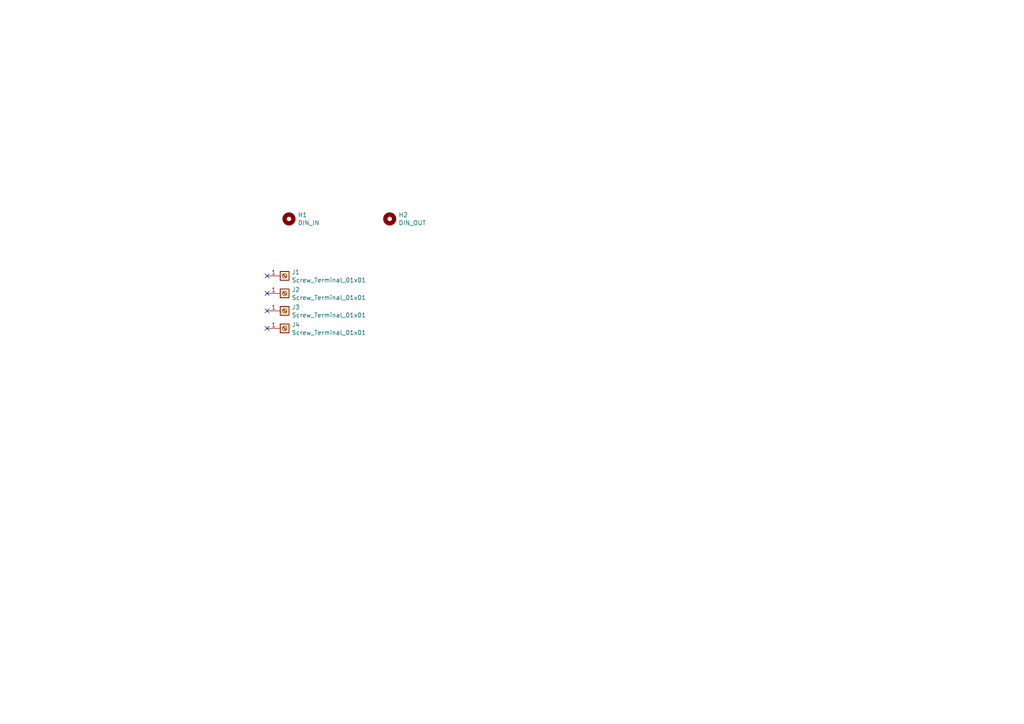
<source format=kicad_sch>
(kicad_sch (version 20230121) (generator eeschema)
  (paper "A4")
  (lib_symbols
    (symbol "Connector:Screw_Terminal_01x01" (pin_names (offset 1.016) hide)
      (property "Reference" "J" (at 0 2.54 0))
      (property "Value" "Screw_Terminal_01x01" (at 0 -2.54 0))
      (symbol "Screw_Terminal_01x01_1_1"
        (rectangle (start -1.27 1.27) (end 1.27 -1.27) (stroke (width 0.254)) (fill (type background)))
        (polyline (pts (xy -0.5334 0.3302) (xy 0.3302 -0.508)) (stroke (width 0.1524)))
        (polyline (pts (xy -0.3556 0.508) (xy 0.508 -0.3302)) (stroke (width 0.1524)))
        (circle (center 0 0) (radius 0.635) (stroke (width 0.1524)))
        (pin passive line (at -5.08 0 0) (length 3.81) (name "Pin_1") (number "1"))
      )
    )
    (symbol "Mechanical:MountingHole" (pin_names (offset 1.016))
      (property "Reference" "H" (at 0 5.08 0))
      (property "Value" "MountingHole" (at 0 3.175 0))
      (symbol "MountingHole_0_1"
        (circle (center 0 0) (radius 1.27) (stroke (width 1.27)))
      )
    )
  )
  (no_connect (at 77.47 80.01))
  (no_connect (at 77.47 90.17))
  (no_connect (at 77.47 95.25))
  (no_connect (at 77.47 85.09))
  (symbol (lib_id "Mechanical:MountingHole") (at 83.82 63.5 0) (unit 1)
    (property "Reference" "H1" (at 86.36 62.3316 0) (effects (justify left)))
    (property "Value" "DIN_IN" (at 86.36 64.643 0) (effects (justify left)))
    (property "Footprint" "Custom_FP:DIN_Hole_Hirschmann" (effects hide))
  )
  (symbol (lib_id "Mechanical:MountingHole") (at 113.03 63.5 0) (unit 1)
    (property "Reference" "H2" (at 115.57 62.3316 0) (effects (justify left)))
    (property "Value" "DIN_OUT" (at 115.57 64.643 0) (effects (justify left)))
    (property "Footprint" "Custom_FP:DIN_Hole_Hirschmann" (effects hide))
  )
  (symbol (lib_id "Connector:Screw_Terminal_01x01") (at 82.55 80.01 0) (unit 1)
    (property "Reference" "J1" (at 84.582 78.9432 0) (effects (justify left)))
    (property "Value" "Screw_Terminal_01x01" (at 84.582 81.2546 0) (effects (justify left)))
    (property "Footprint" "Custom_FP:Wide_M3" (effects hide))
  )
  (symbol (lib_id "Connector:Screw_Terminal_01x01") (at 82.55 85.09 0) (unit 1)
    (property "Reference" "J2" (at 84.582 84.0232 0) (effects (justify left)))
    (property "Value" "Screw_Terminal_01x01" (at 84.582 86.3346 0) (effects (justify left)))
    (property "Footprint" "Custom_FP:Wide_M3" (effects hide))
  )
  (symbol (lib_id "Connector:Screw_Terminal_01x01") (at 82.55 90.17 0) (unit 1)
    (property "Reference" "J3" (at 84.582 89.1032 0) (effects (justify left)))
    (property "Value" "Screw_Terminal_01x01" (at 84.582 91.4146 0) (effects (justify left)))
    (property "Footprint" "Custom_FP:Wide_M3" (effects hide))
  )
  (symbol (lib_id "Connector:Screw_Terminal_01x01") (at 82.55 95.25 0) (unit 1)
    (property "Reference" "J4" (at 84.582 94.1832 0) (effects (justify left)))
    (property "Value" "Screw_Terminal_01x01" (at 84.582 96.4946 0) (effects (justify left)))
    (property "Footprint" "Custom_FP:Wide_M3" (effects hide))
  )
)
</source>
